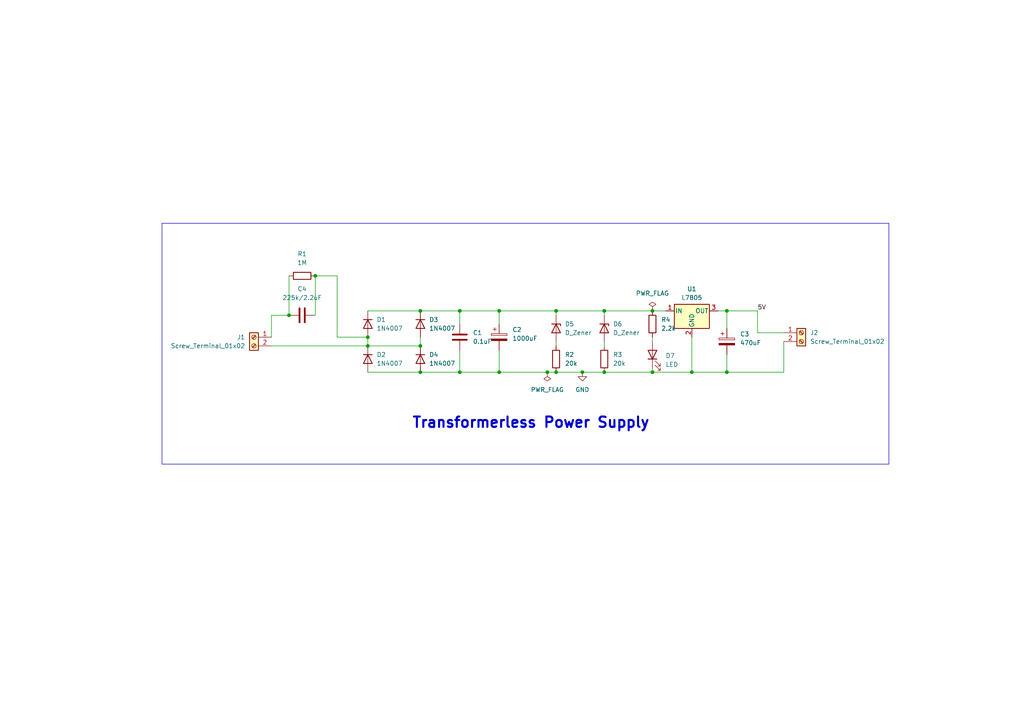
<source format=kicad_sch>
(kicad_sch (version 20230121) (generator eeschema)

  (uuid 0a841140-6bf7-43f4-ab14-4d5835b4b8d2)

  (paper "A4")

  (title_block
    (title "Transformerless Power Supply Unit")
    (date "07/09/2024")
    (company "Electrables")
    (comment 1 "Drawn by - Engineer Nadir ")
  )

  (lib_symbols
    (symbol "Connector:Screw_Terminal_01x02" (pin_names (offset 1.016) hide) (in_bom yes) (on_board yes)
      (property "Reference" "J" (at 0 2.54 0)
        (effects (font (size 1.27 1.27)))
      )
      (property "Value" "Screw_Terminal_01x02" (at 0 -5.08 0)
        (effects (font (size 1.27 1.27)))
      )
      (property "Footprint" "" (at 0 0 0)
        (effects (font (size 1.27 1.27)) hide)
      )
      (property "Datasheet" "~" (at 0 0 0)
        (effects (font (size 1.27 1.27)) hide)
      )
      (property "ki_keywords" "screw terminal" (at 0 0 0)
        (effects (font (size 1.27 1.27)) hide)
      )
      (property "ki_description" "Generic screw terminal, single row, 01x02, script generated (kicad-library-utils/schlib/autogen/connector/)" (at 0 0 0)
        (effects (font (size 1.27 1.27)) hide)
      )
      (property "ki_fp_filters" "TerminalBlock*:*" (at 0 0 0)
        (effects (font (size 1.27 1.27)) hide)
      )
      (symbol "Screw_Terminal_01x02_1_1"
        (rectangle (start -1.27 1.27) (end 1.27 -3.81)
          (stroke (width 0.254) (type default))
          (fill (type background))
        )
        (circle (center 0 -2.54) (radius 0.635)
          (stroke (width 0.1524) (type default))
          (fill (type none))
        )
        (polyline
          (pts
            (xy -0.5334 -2.2098)
            (xy 0.3302 -3.048)
          )
          (stroke (width 0.1524) (type default))
          (fill (type none))
        )
        (polyline
          (pts
            (xy -0.5334 0.3302)
            (xy 0.3302 -0.508)
          )
          (stroke (width 0.1524) (type default))
          (fill (type none))
        )
        (polyline
          (pts
            (xy -0.3556 -2.032)
            (xy 0.508 -2.8702)
          )
          (stroke (width 0.1524) (type default))
          (fill (type none))
        )
        (polyline
          (pts
            (xy -0.3556 0.508)
            (xy 0.508 -0.3302)
          )
          (stroke (width 0.1524) (type default))
          (fill (type none))
        )
        (circle (center 0 0) (radius 0.635)
          (stroke (width 0.1524) (type default))
          (fill (type none))
        )
        (pin passive line (at -5.08 0 0) (length 3.81)
          (name "Pin_1" (effects (font (size 1.27 1.27))))
          (number "1" (effects (font (size 1.27 1.27))))
        )
        (pin passive line (at -5.08 -2.54 0) (length 3.81)
          (name "Pin_2" (effects (font (size 1.27 1.27))))
          (number "2" (effects (font (size 1.27 1.27))))
        )
      )
    )
    (symbol "Device:C" (pin_numbers hide) (pin_names (offset 0.254)) (in_bom yes) (on_board yes)
      (property "Reference" "C" (at 0.635 2.54 0)
        (effects (font (size 1.27 1.27)) (justify left))
      )
      (property "Value" "C" (at 0.635 -2.54 0)
        (effects (font (size 1.27 1.27)) (justify left))
      )
      (property "Footprint" "" (at 0.9652 -3.81 0)
        (effects (font (size 1.27 1.27)) hide)
      )
      (property "Datasheet" "~" (at 0 0 0)
        (effects (font (size 1.27 1.27)) hide)
      )
      (property "ki_keywords" "cap capacitor" (at 0 0 0)
        (effects (font (size 1.27 1.27)) hide)
      )
      (property "ki_description" "Unpolarized capacitor" (at 0 0 0)
        (effects (font (size 1.27 1.27)) hide)
      )
      (property "ki_fp_filters" "C_*" (at 0 0 0)
        (effects (font (size 1.27 1.27)) hide)
      )
      (symbol "C_0_1"
        (polyline
          (pts
            (xy -2.032 -0.762)
            (xy 2.032 -0.762)
          )
          (stroke (width 0.508) (type default))
          (fill (type none))
        )
        (polyline
          (pts
            (xy -2.032 0.762)
            (xy 2.032 0.762)
          )
          (stroke (width 0.508) (type default))
          (fill (type none))
        )
      )
      (symbol "C_1_1"
        (pin passive line (at 0 3.81 270) (length 2.794)
          (name "~" (effects (font (size 1.27 1.27))))
          (number "1" (effects (font (size 1.27 1.27))))
        )
        (pin passive line (at 0 -3.81 90) (length 2.794)
          (name "~" (effects (font (size 1.27 1.27))))
          (number "2" (effects (font (size 1.27 1.27))))
        )
      )
    )
    (symbol "Device:C_Polarized" (pin_numbers hide) (pin_names (offset 0.254)) (in_bom yes) (on_board yes)
      (property "Reference" "C" (at 0.635 2.54 0)
        (effects (font (size 1.27 1.27)) (justify left))
      )
      (property "Value" "C_Polarized" (at 0.635 -2.54 0)
        (effects (font (size 1.27 1.27)) (justify left))
      )
      (property "Footprint" "" (at 0.9652 -3.81 0)
        (effects (font (size 1.27 1.27)) hide)
      )
      (property "Datasheet" "~" (at 0 0 0)
        (effects (font (size 1.27 1.27)) hide)
      )
      (property "ki_keywords" "cap capacitor" (at 0 0 0)
        (effects (font (size 1.27 1.27)) hide)
      )
      (property "ki_description" "Polarized capacitor" (at 0 0 0)
        (effects (font (size 1.27 1.27)) hide)
      )
      (property "ki_fp_filters" "CP_*" (at 0 0 0)
        (effects (font (size 1.27 1.27)) hide)
      )
      (symbol "C_Polarized_0_1"
        (rectangle (start -2.286 0.508) (end 2.286 1.016)
          (stroke (width 0) (type default))
          (fill (type none))
        )
        (polyline
          (pts
            (xy -1.778 2.286)
            (xy -0.762 2.286)
          )
          (stroke (width 0) (type default))
          (fill (type none))
        )
        (polyline
          (pts
            (xy -1.27 2.794)
            (xy -1.27 1.778)
          )
          (stroke (width 0) (type default))
          (fill (type none))
        )
        (rectangle (start 2.286 -0.508) (end -2.286 -1.016)
          (stroke (width 0) (type default))
          (fill (type outline))
        )
      )
      (symbol "C_Polarized_1_1"
        (pin passive line (at 0 3.81 270) (length 2.794)
          (name "~" (effects (font (size 1.27 1.27))))
          (number "1" (effects (font (size 1.27 1.27))))
        )
        (pin passive line (at 0 -3.81 90) (length 2.794)
          (name "~" (effects (font (size 1.27 1.27))))
          (number "2" (effects (font (size 1.27 1.27))))
        )
      )
    )
    (symbol "Device:D_Zener" (pin_numbers hide) (pin_names (offset 1.016) hide) (in_bom yes) (on_board yes)
      (property "Reference" "D" (at 0 2.54 0)
        (effects (font (size 1.27 1.27)))
      )
      (property "Value" "D_Zener" (at 0 -2.54 0)
        (effects (font (size 1.27 1.27)))
      )
      (property "Footprint" "" (at 0 0 0)
        (effects (font (size 1.27 1.27)) hide)
      )
      (property "Datasheet" "~" (at 0 0 0)
        (effects (font (size 1.27 1.27)) hide)
      )
      (property "ki_keywords" "diode" (at 0 0 0)
        (effects (font (size 1.27 1.27)) hide)
      )
      (property "ki_description" "Zener diode" (at 0 0 0)
        (effects (font (size 1.27 1.27)) hide)
      )
      (property "ki_fp_filters" "TO-???* *_Diode_* *SingleDiode* D_*" (at 0 0 0)
        (effects (font (size 1.27 1.27)) hide)
      )
      (symbol "D_Zener_0_1"
        (polyline
          (pts
            (xy 1.27 0)
            (xy -1.27 0)
          )
          (stroke (width 0) (type default))
          (fill (type none))
        )
        (polyline
          (pts
            (xy -1.27 -1.27)
            (xy -1.27 1.27)
            (xy -0.762 1.27)
          )
          (stroke (width 0.254) (type default))
          (fill (type none))
        )
        (polyline
          (pts
            (xy 1.27 -1.27)
            (xy 1.27 1.27)
            (xy -1.27 0)
            (xy 1.27 -1.27)
          )
          (stroke (width 0.254) (type default))
          (fill (type none))
        )
      )
      (symbol "D_Zener_1_1"
        (pin passive line (at -3.81 0 0) (length 2.54)
          (name "K" (effects (font (size 1.27 1.27))))
          (number "1" (effects (font (size 1.27 1.27))))
        )
        (pin passive line (at 3.81 0 180) (length 2.54)
          (name "A" (effects (font (size 1.27 1.27))))
          (number "2" (effects (font (size 1.27 1.27))))
        )
      )
    )
    (symbol "Device:LED" (pin_numbers hide) (pin_names (offset 1.016) hide) (in_bom yes) (on_board yes)
      (property "Reference" "D" (at 0 2.54 0)
        (effects (font (size 1.27 1.27)))
      )
      (property "Value" "LED" (at 0 -2.54 0)
        (effects (font (size 1.27 1.27)))
      )
      (property "Footprint" "" (at 0 0 0)
        (effects (font (size 1.27 1.27)) hide)
      )
      (property "Datasheet" "~" (at 0 0 0)
        (effects (font (size 1.27 1.27)) hide)
      )
      (property "ki_keywords" "LED diode" (at 0 0 0)
        (effects (font (size 1.27 1.27)) hide)
      )
      (property "ki_description" "Light emitting diode" (at 0 0 0)
        (effects (font (size 1.27 1.27)) hide)
      )
      (property "ki_fp_filters" "LED* LED_SMD:* LED_THT:*" (at 0 0 0)
        (effects (font (size 1.27 1.27)) hide)
      )
      (symbol "LED_0_1"
        (polyline
          (pts
            (xy -1.27 -1.27)
            (xy -1.27 1.27)
          )
          (stroke (width 0.254) (type default))
          (fill (type none))
        )
        (polyline
          (pts
            (xy -1.27 0)
            (xy 1.27 0)
          )
          (stroke (width 0) (type default))
          (fill (type none))
        )
        (polyline
          (pts
            (xy 1.27 -1.27)
            (xy 1.27 1.27)
            (xy -1.27 0)
            (xy 1.27 -1.27)
          )
          (stroke (width 0.254) (type default))
          (fill (type none))
        )
        (polyline
          (pts
            (xy -3.048 -0.762)
            (xy -4.572 -2.286)
            (xy -3.81 -2.286)
            (xy -4.572 -2.286)
            (xy -4.572 -1.524)
          )
          (stroke (width 0) (type default))
          (fill (type none))
        )
        (polyline
          (pts
            (xy -1.778 -0.762)
            (xy -3.302 -2.286)
            (xy -2.54 -2.286)
            (xy -3.302 -2.286)
            (xy -3.302 -1.524)
          )
          (stroke (width 0) (type default))
          (fill (type none))
        )
      )
      (symbol "LED_1_1"
        (pin passive line (at -3.81 0 0) (length 2.54)
          (name "K" (effects (font (size 1.27 1.27))))
          (number "1" (effects (font (size 1.27 1.27))))
        )
        (pin passive line (at 3.81 0 180) (length 2.54)
          (name "A" (effects (font (size 1.27 1.27))))
          (number "2" (effects (font (size 1.27 1.27))))
        )
      )
    )
    (symbol "Device:R" (pin_numbers hide) (pin_names (offset 0)) (in_bom yes) (on_board yes)
      (property "Reference" "R" (at 2.032 0 90)
        (effects (font (size 1.27 1.27)))
      )
      (property "Value" "R" (at 0 0 90)
        (effects (font (size 1.27 1.27)))
      )
      (property "Footprint" "" (at -1.778 0 90)
        (effects (font (size 1.27 1.27)) hide)
      )
      (property "Datasheet" "~" (at 0 0 0)
        (effects (font (size 1.27 1.27)) hide)
      )
      (property "ki_keywords" "R res resistor" (at 0 0 0)
        (effects (font (size 1.27 1.27)) hide)
      )
      (property "ki_description" "Resistor" (at 0 0 0)
        (effects (font (size 1.27 1.27)) hide)
      )
      (property "ki_fp_filters" "R_*" (at 0 0 0)
        (effects (font (size 1.27 1.27)) hide)
      )
      (symbol "R_0_1"
        (rectangle (start -1.016 -2.54) (end 1.016 2.54)
          (stroke (width 0.254) (type default))
          (fill (type none))
        )
      )
      (symbol "R_1_1"
        (pin passive line (at 0 3.81 270) (length 1.27)
          (name "~" (effects (font (size 1.27 1.27))))
          (number "1" (effects (font (size 1.27 1.27))))
        )
        (pin passive line (at 0 -3.81 90) (length 1.27)
          (name "~" (effects (font (size 1.27 1.27))))
          (number "2" (effects (font (size 1.27 1.27))))
        )
      )
    )
    (symbol "Diode:1N4007" (pin_numbers hide) (pin_names hide) (in_bom yes) (on_board yes)
      (property "Reference" "D" (at 0 2.54 0)
        (effects (font (size 1.27 1.27)))
      )
      (property "Value" "1N4007" (at 0 -2.54 0)
        (effects (font (size 1.27 1.27)))
      )
      (property "Footprint" "Diode_THT:D_DO-41_SOD81_P10.16mm_Horizontal" (at 0 -4.445 0)
        (effects (font (size 1.27 1.27)) hide)
      )
      (property "Datasheet" "http://www.vishay.com/docs/88503/1n4001.pdf" (at 0 0 0)
        (effects (font (size 1.27 1.27)) hide)
      )
      (property "Sim.Device" "D" (at 0 0 0)
        (effects (font (size 1.27 1.27)) hide)
      )
      (property "Sim.Pins" "1=K 2=A" (at 0 0 0)
        (effects (font (size 1.27 1.27)) hide)
      )
      (property "ki_keywords" "diode" (at 0 0 0)
        (effects (font (size 1.27 1.27)) hide)
      )
      (property "ki_description" "1000V 1A General Purpose Rectifier Diode, DO-41" (at 0 0 0)
        (effects (font (size 1.27 1.27)) hide)
      )
      (property "ki_fp_filters" "D*DO?41*" (at 0 0 0)
        (effects (font (size 1.27 1.27)) hide)
      )
      (symbol "1N4007_0_1"
        (polyline
          (pts
            (xy -1.27 1.27)
            (xy -1.27 -1.27)
          )
          (stroke (width 0.254) (type default))
          (fill (type none))
        )
        (polyline
          (pts
            (xy 1.27 0)
            (xy -1.27 0)
          )
          (stroke (width 0) (type default))
          (fill (type none))
        )
        (polyline
          (pts
            (xy 1.27 1.27)
            (xy 1.27 -1.27)
            (xy -1.27 0)
            (xy 1.27 1.27)
          )
          (stroke (width 0.254) (type default))
          (fill (type none))
        )
      )
      (symbol "1N4007_1_1"
        (pin passive line (at -3.81 0 0) (length 2.54)
          (name "K" (effects (font (size 1.27 1.27))))
          (number "1" (effects (font (size 1.27 1.27))))
        )
        (pin passive line (at 3.81 0 180) (length 2.54)
          (name "A" (effects (font (size 1.27 1.27))))
          (number "2" (effects (font (size 1.27 1.27))))
        )
      )
    )
    (symbol "Regulator_Linear:L7805" (pin_names (offset 0.254)) (in_bom yes) (on_board yes)
      (property "Reference" "U" (at -3.81 3.175 0)
        (effects (font (size 1.27 1.27)))
      )
      (property "Value" "L7805" (at 0 3.175 0)
        (effects (font (size 1.27 1.27)) (justify left))
      )
      (property "Footprint" "" (at 0.635 -3.81 0)
        (effects (font (size 1.27 1.27) italic) (justify left) hide)
      )
      (property "Datasheet" "http://www.st.com/content/ccc/resource/technical/document/datasheet/41/4f/b3/b0/12/d4/47/88/CD00000444.pdf/files/CD00000444.pdf/jcr:content/translations/en.CD00000444.pdf" (at 0 -1.27 0)
        (effects (font (size 1.27 1.27)) hide)
      )
      (property "ki_keywords" "Voltage Regulator 1.5A Positive" (at 0 0 0)
        (effects (font (size 1.27 1.27)) hide)
      )
      (property "ki_description" "Positive 1.5A 35V Linear Regulator, Fixed Output 5V, TO-220/TO-263/TO-252" (at 0 0 0)
        (effects (font (size 1.27 1.27)) hide)
      )
      (property "ki_fp_filters" "TO?252* TO?263* TO?220*" (at 0 0 0)
        (effects (font (size 1.27 1.27)) hide)
      )
      (symbol "L7805_0_1"
        (rectangle (start -5.08 1.905) (end 5.08 -5.08)
          (stroke (width 0.254) (type default))
          (fill (type background))
        )
      )
      (symbol "L7805_1_1"
        (pin power_in line (at -7.62 0 0) (length 2.54)
          (name "IN" (effects (font (size 1.27 1.27))))
          (number "1" (effects (font (size 1.27 1.27))))
        )
        (pin power_in line (at 0 -7.62 90) (length 2.54)
          (name "GND" (effects (font (size 1.27 1.27))))
          (number "2" (effects (font (size 1.27 1.27))))
        )
        (pin power_out line (at 7.62 0 180) (length 2.54)
          (name "OUT" (effects (font (size 1.27 1.27))))
          (number "3" (effects (font (size 1.27 1.27))))
        )
      )
    )
    (symbol "power:GND" (power) (pin_names (offset 0)) (in_bom yes) (on_board yes)
      (property "Reference" "#PWR" (at 0 -6.35 0)
        (effects (font (size 1.27 1.27)) hide)
      )
      (property "Value" "GND" (at 0 -3.81 0)
        (effects (font (size 1.27 1.27)))
      )
      (property "Footprint" "" (at 0 0 0)
        (effects (font (size 1.27 1.27)) hide)
      )
      (property "Datasheet" "" (at 0 0 0)
        (effects (font (size 1.27 1.27)) hide)
      )
      (property "ki_keywords" "global power" (at 0 0 0)
        (effects (font (size 1.27 1.27)) hide)
      )
      (property "ki_description" "Power symbol creates a global label with name \"GND\" , ground" (at 0 0 0)
        (effects (font (size 1.27 1.27)) hide)
      )
      (symbol "GND_0_1"
        (polyline
          (pts
            (xy 0 0)
            (xy 0 -1.27)
            (xy 1.27 -1.27)
            (xy 0 -2.54)
            (xy -1.27 -1.27)
            (xy 0 -1.27)
          )
          (stroke (width 0) (type default))
          (fill (type none))
        )
      )
      (symbol "GND_1_1"
        (pin power_in line (at 0 0 270) (length 0) hide
          (name "GND" (effects (font (size 1.27 1.27))))
          (number "1" (effects (font (size 1.27 1.27))))
        )
      )
    )
    (symbol "power:PWR_FLAG" (power) (pin_numbers hide) (pin_names (offset 0) hide) (in_bom yes) (on_board yes)
      (property "Reference" "#FLG" (at 0 1.905 0)
        (effects (font (size 1.27 1.27)) hide)
      )
      (property "Value" "PWR_FLAG" (at 0 3.81 0)
        (effects (font (size 1.27 1.27)))
      )
      (property "Footprint" "" (at 0 0 0)
        (effects (font (size 1.27 1.27)) hide)
      )
      (property "Datasheet" "~" (at 0 0 0)
        (effects (font (size 1.27 1.27)) hide)
      )
      (property "ki_keywords" "flag power" (at 0 0 0)
        (effects (font (size 1.27 1.27)) hide)
      )
      (property "ki_description" "Special symbol for telling ERC where power comes from" (at 0 0 0)
        (effects (font (size 1.27 1.27)) hide)
      )
      (symbol "PWR_FLAG_0_0"
        (pin power_out line (at 0 0 90) (length 0)
          (name "pwr" (effects (font (size 1.27 1.27))))
          (number "1" (effects (font (size 1.27 1.27))))
        )
      )
      (symbol "PWR_FLAG_0_1"
        (polyline
          (pts
            (xy 0 0)
            (xy 0 1.27)
            (xy -1.016 1.905)
            (xy 0 2.54)
            (xy 1.016 1.905)
            (xy 0 1.27)
          )
          (stroke (width 0) (type default))
          (fill (type none))
        )
      )
    )
  )

  (junction (at 189.23 90.17) (diameter 0) (color 0 0 0 0)
    (uuid 03a44ef8-f8cb-4afc-8ca7-7896f3e0e67d)
  )
  (junction (at 168.91 107.95) (diameter 0) (color 0 0 0 0)
    (uuid 07dbc6f9-dd73-41e6-a649-f6c6ed298633)
  )
  (junction (at 121.92 90.17) (diameter 0) (color 0 0 0 0)
    (uuid 11d54c8c-e3d8-4a69-a040-3937b0ca3461)
  )
  (junction (at 189.23 107.95) (diameter 0) (color 0 0 0 0)
    (uuid 19573742-7254-458b-a2b5-ed06c7000bc8)
  )
  (junction (at 175.26 107.95) (diameter 0) (color 0 0 0 0)
    (uuid 1a7e2cdb-323c-4b2e-ae1d-cb86c1fdfb1f)
  )
  (junction (at 106.68 97.79) (diameter 0) (color 0 0 0 0)
    (uuid 20a82582-6901-4eb3-a2db-84f4cf52f4b9)
  )
  (junction (at 210.82 90.17) (diameter 0) (color 0 0 0 0)
    (uuid 2726a477-0687-49d4-9b4e-7345739bd60b)
  )
  (junction (at 210.82 107.95) (diameter 0) (color 0 0 0 0)
    (uuid 3480da5d-1d9d-4635-bee6-2adc838f20b4)
  )
  (junction (at 200.66 107.95) (diameter 0) (color 0 0 0 0)
    (uuid 35577dba-0378-4034-9ef5-7e278d4e94c6)
  )
  (junction (at 144.78 90.17) (diameter 0) (color 0 0 0 0)
    (uuid 60f54021-17ea-419c-94e3-8dc419776597)
  )
  (junction (at 158.75 107.95) (diameter 0) (color 0 0 0 0)
    (uuid 75481540-7344-4ea7-91c7-f63fbb35502a)
  )
  (junction (at 133.35 107.95) (diameter 0) (color 0 0 0 0)
    (uuid 7a2f9467-42ad-499a-a76d-29fa7796495f)
  )
  (junction (at 133.35 90.17) (diameter 0) (color 0 0 0 0)
    (uuid 8433bd0d-996b-44ee-8845-d0cb0f17c92d)
  )
  (junction (at 121.92 107.95) (diameter 0) (color 0 0 0 0)
    (uuid a1bbe82e-d78d-4b47-b23a-fd14b8848d55)
  )
  (junction (at 91.44 80.01) (diameter 0) (color 0 0 0 0)
    (uuid a4e12ccd-eedf-4e9a-af6b-3482935a5226)
  )
  (junction (at 161.29 107.95) (diameter 0) (color 0 0 0 0)
    (uuid b12dc893-aeed-411b-ac11-d4e150061a79)
  )
  (junction (at 175.26 90.17) (diameter 0) (color 0 0 0 0)
    (uuid d2b4ff1c-c8c1-4c01-a000-7a8873540e65)
  )
  (junction (at 106.68 100.33) (diameter 0) (color 0 0 0 0)
    (uuid e2fe3fd1-e09d-4e1e-b851-d919617c9e37)
  )
  (junction (at 161.29 90.17) (diameter 0) (color 0 0 0 0)
    (uuid e81d08b3-964c-4bba-91fe-7658830845ee)
  )
  (junction (at 144.78 107.95) (diameter 0) (color 0 0 0 0)
    (uuid fa96aa2d-c8fd-4a2b-8799-6a2fef930f34)
  )
  (junction (at 121.92 100.33) (diameter 0) (color 0 0 0 0)
    (uuid fe10a189-edf2-49dd-95b9-c574eb1c06bd)
  )
  (junction (at 83.82 91.44) (diameter 0) (color 0 0 0 0)
    (uuid ff2a849e-4ef4-48f3-b2f3-38e1cfc8eb0e)
  )

  (wire (pts (xy 133.35 93.98) (xy 133.35 90.17))
    (stroke (width 0) (type default))
    (uuid 01c99d22-dce5-49a4-9cd0-1056a1be0e8a)
  )
  (wire (pts (xy 158.75 107.95) (xy 161.29 107.95))
    (stroke (width 0) (type default))
    (uuid 0407f51f-5e93-44ec-b98c-dd91e5f24f4b)
  )
  (wire (pts (xy 144.78 107.95) (xy 133.35 107.95))
    (stroke (width 0) (type default))
    (uuid 0757fa2c-aa3b-4607-ac16-1e33b72a6478)
  )
  (wire (pts (xy 133.35 90.17) (xy 121.92 90.17))
    (stroke (width 0) (type default))
    (uuid 144763d8-f476-4952-a698-2c84ef5f8413)
  )
  (wire (pts (xy 168.91 107.95) (xy 175.26 107.95))
    (stroke (width 0) (type default))
    (uuid 1b4dbbd1-a535-4b2e-b836-1b2d6f2f880f)
  )
  (wire (pts (xy 133.35 101.6) (xy 133.35 107.95))
    (stroke (width 0) (type default))
    (uuid 1e367d66-0aaa-487a-8050-aa2e659ce2be)
  )
  (wire (pts (xy 161.29 91.44) (xy 161.29 90.17))
    (stroke (width 0) (type default))
    (uuid 233b08b5-602f-4326-b3dc-579b377b8278)
  )
  (wire (pts (xy 208.28 90.17) (xy 210.82 90.17))
    (stroke (width 0) (type default))
    (uuid 24966e06-8bd5-4694-b25e-a1df5e65cc78)
  )
  (wire (pts (xy 144.78 101.6) (xy 144.78 107.95))
    (stroke (width 0) (type default))
    (uuid 2c4aa616-8338-4ee1-8734-316f1685c8eb)
  )
  (wire (pts (xy 91.44 80.01) (xy 97.79 80.01))
    (stroke (width 0) (type default))
    (uuid 36f08738-1a82-4e1d-9869-ed84f4d4876f)
  )
  (wire (pts (xy 83.82 80.01) (xy 83.82 91.44))
    (stroke (width 0) (type default))
    (uuid 3ea09062-6c69-4211-8e5b-5aac263c2e59)
  )
  (wire (pts (xy 161.29 107.95) (xy 168.91 107.95))
    (stroke (width 0) (type default))
    (uuid 4364a4e3-06fa-4fc4-ba53-110423a3d699)
  )
  (wire (pts (xy 210.82 90.17) (xy 219.71 90.17))
    (stroke (width 0) (type default))
    (uuid 4957e0bc-73d3-43ae-b4e8-75bb1d1b906b)
  )
  (wire (pts (xy 227.33 107.95) (xy 210.82 107.95))
    (stroke (width 0) (type default))
    (uuid 50c0c8c6-3ebf-4d97-867b-cb1dda9cbbcf)
  )
  (wire (pts (xy 210.82 90.17) (xy 210.82 95.25))
    (stroke (width 0) (type default))
    (uuid 584bb7bf-f873-44eb-8e5d-69dc2eddc954)
  )
  (wire (pts (xy 219.71 90.17) (xy 219.71 96.52))
    (stroke (width 0) (type default))
    (uuid 587cfb34-8a2f-429d-88ca-af4faf364eba)
  )
  (wire (pts (xy 227.33 99.06) (xy 227.33 107.95))
    (stroke (width 0) (type default))
    (uuid 5f873fa1-09ff-4fb2-bb28-c02b61dc45a9)
  )
  (wire (pts (xy 175.26 90.17) (xy 189.23 90.17))
    (stroke (width 0) (type default))
    (uuid 5f888a66-f09e-4041-b592-17bcbad7a68f)
  )
  (wire (pts (xy 133.35 107.95) (xy 121.92 107.95))
    (stroke (width 0) (type default))
    (uuid 60b2e878-9a8a-4292-84b4-e5e1df54b0bb)
  )
  (wire (pts (xy 78.74 97.79) (xy 78.74 91.44))
    (stroke (width 0) (type default))
    (uuid 662a1294-eaab-4740-8fbb-9a9b3aff8360)
  )
  (wire (pts (xy 161.29 99.06) (xy 161.29 100.33))
    (stroke (width 0) (type default))
    (uuid 66b8281a-a747-4fb9-b5ba-74accd546ecc)
  )
  (wire (pts (xy 200.66 107.95) (xy 189.23 107.95))
    (stroke (width 0) (type default))
    (uuid 6827c45e-f885-4fc5-ae58-32ba0afadbb5)
  )
  (wire (pts (xy 200.66 97.79) (xy 200.66 107.95))
    (stroke (width 0) (type default))
    (uuid 6d20fab0-c2d7-4134-aa36-c14446cb61ec)
  )
  (wire (pts (xy 144.78 90.17) (xy 133.35 90.17))
    (stroke (width 0) (type default))
    (uuid 6e842c49-3c28-4f96-8888-317fc6c8149b)
  )
  (wire (pts (xy 106.68 107.95) (xy 121.92 107.95))
    (stroke (width 0) (type default))
    (uuid 71667216-beb9-4269-958d-acd83ba80c4b)
  )
  (wire (pts (xy 78.74 100.33) (xy 106.68 100.33))
    (stroke (width 0) (type default))
    (uuid 9795c844-a906-417d-be0d-5e7321dae670)
  )
  (wire (pts (xy 175.26 107.95) (xy 189.23 107.95))
    (stroke (width 0) (type default))
    (uuid 97b24554-1e68-45ce-8294-f162cb474e2e)
  )
  (wire (pts (xy 189.23 97.79) (xy 189.23 99.06))
    (stroke (width 0) (type default))
    (uuid 99a16f0a-adba-48b2-ad27-316d1b892672)
  )
  (wire (pts (xy 106.68 90.17) (xy 121.92 90.17))
    (stroke (width 0) (type default))
    (uuid 9be4e2e0-90f7-4d08-88d1-9398687541e5)
  )
  (wire (pts (xy 189.23 106.68) (xy 189.23 107.95))
    (stroke (width 0) (type default))
    (uuid 9c27edcc-fd2c-4898-ade6-a9f95c812991)
  )
  (wire (pts (xy 144.78 93.98) (xy 144.78 90.17))
    (stroke (width 0) (type default))
    (uuid a54fe05f-c63c-4550-a4c4-207d3fbcf461)
  )
  (wire (pts (xy 106.68 97.79) (xy 106.68 100.33))
    (stroke (width 0) (type default))
    (uuid aabe8a1f-7d93-4c76-a58c-f5a332916daa)
  )
  (wire (pts (xy 121.92 97.79) (xy 121.92 100.33))
    (stroke (width 0) (type default))
    (uuid ab209771-6fa3-4c11-83dc-702e280c66bf)
  )
  (wire (pts (xy 175.26 99.06) (xy 175.26 100.33))
    (stroke (width 0) (type default))
    (uuid adfaa5b1-6621-4422-88f0-772aae5f2f02)
  )
  (wire (pts (xy 106.68 100.33) (xy 121.92 100.33))
    (stroke (width 0) (type default))
    (uuid b3208004-0227-46fe-a324-6b7227c1c7f3)
  )
  (wire (pts (xy 97.79 80.01) (xy 97.79 97.79))
    (stroke (width 0) (type default))
    (uuid b89175e5-24f2-4811-aa42-d10af9e974ff)
  )
  (wire (pts (xy 91.44 80.01) (xy 91.44 91.44))
    (stroke (width 0) (type default))
    (uuid ba1ccf98-8187-446e-9a6f-a2f056d97a16)
  )
  (wire (pts (xy 144.78 107.95) (xy 158.75 107.95))
    (stroke (width 0) (type default))
    (uuid c4d61213-f95a-461f-bf11-4091f81b9ec6)
  )
  (wire (pts (xy 161.29 90.17) (xy 144.78 90.17))
    (stroke (width 0) (type default))
    (uuid c95d83ff-e12c-4097-9db6-48419b8cad52)
  )
  (wire (pts (xy 210.82 102.87) (xy 210.82 107.95))
    (stroke (width 0) (type default))
    (uuid ca257cd9-1e0e-42a1-8f4d-166e2f3bdb7e)
  )
  (wire (pts (xy 97.79 97.79) (xy 106.68 97.79))
    (stroke (width 0) (type default))
    (uuid d180a9ed-e4af-4f19-8864-1484af2642bd)
  )
  (wire (pts (xy 175.26 90.17) (xy 161.29 90.17))
    (stroke (width 0) (type default))
    (uuid d9b4e31d-64e0-433b-87da-dad0c2dc946f)
  )
  (wire (pts (xy 219.71 96.52) (xy 227.33 96.52))
    (stroke (width 0) (type default))
    (uuid dd4a7e71-c7c5-44ce-b1cb-81913ea3a60d)
  )
  (wire (pts (xy 175.26 91.44) (xy 175.26 90.17))
    (stroke (width 0) (type default))
    (uuid e13c7632-45ef-4c63-a2d3-41d551176511)
  )
  (wire (pts (xy 78.74 91.44) (xy 83.82 91.44))
    (stroke (width 0) (type default))
    (uuid f0b91801-9b28-47cc-9577-1086b1a3b24b)
  )
  (wire (pts (xy 210.82 107.95) (xy 200.66 107.95))
    (stroke (width 0) (type default))
    (uuid f3724d92-8a57-4f62-8cb2-94aee66a03ac)
  )
  (wire (pts (xy 189.23 90.17) (xy 193.04 90.17))
    (stroke (width 0) (type default))
    (uuid f5fdf0ac-63cd-4ee7-b306-3e92879517be)
  )

  (rectangle (start 46.99 64.77) (end 257.81 134.62)
    (stroke (width 0) (type default))
    (fill (type none))
    (uuid cbb265a9-477d-4566-af40-ae273a3e2741)
  )

  (text "Transformerless Power Supply" (at 119.38 124.46 0)
    (effects (font (size 3 3) (thickness 0.6) bold) (justify left bottom))
    (uuid 3323f5f9-2374-432e-ada6-c6700d3a1d13)
  )

  (label "5V" (at 219.71 90.17 0) (fields_autoplaced)
    (effects (font (size 1.27 1.27)) (justify left bottom))
    (uuid a5ceacca-548b-464f-b1e6-be25f1dc6695)
  )

  (symbol (lib_id "power:PWR_FLAG") (at 158.75 107.95 180) (unit 1)
    (in_bom yes) (on_board yes) (dnp no) (fields_autoplaced)
    (uuid 06562710-30fc-4c18-8ef5-e188c0a9eba8)
    (property "Reference" "#FLG02" (at 158.75 109.855 0)
      (effects (font (size 1.27 1.27)) hide)
    )
    (property "Value" "PWR_FLAG" (at 158.75 113.03 0)
      (effects (font (size 1.27 1.27)))
    )
    (property "Footprint" "" (at 158.75 107.95 0)
      (effects (font (size 1.27 1.27)) hide)
    )
    (property "Datasheet" "~" (at 158.75 107.95 0)
      (effects (font (size 1.27 1.27)) hide)
    )
    (pin "1" (uuid e19f2048-0c53-463b-bd60-109dd104048e))
    (instances
      (project "Transformerless Power Supply"
        (path "/0a841140-6bf7-43f4-ab14-4d5835b4b8d2"
          (reference "#FLG02") (unit 1)
        )
      )
    )
  )

  (symbol (lib_id "Diode:1N4007") (at 106.68 93.98 270) (unit 1)
    (in_bom yes) (on_board yes) (dnp no) (fields_autoplaced)
    (uuid 07f0c961-1e0e-4bef-a018-14e0b333d009)
    (property "Reference" "D1" (at 109.22 92.71 90)
      (effects (font (size 1.27 1.27)) (justify left))
    )
    (property "Value" "1N4007" (at 109.22 95.25 90)
      (effects (font (size 1.27 1.27)) (justify left))
    )
    (property "Footprint" "Diode_THT:D_DO-41_SOD81_P10.16mm_Horizontal" (at 102.235 93.98 0)
      (effects (font (size 1.27 1.27)) hide)
    )
    (property "Datasheet" "http://www.vishay.com/docs/88503/1n4001.pdf" (at 106.68 93.98 0)
      (effects (font (size 1.27 1.27)) hide)
    )
    (property "Sim.Device" "D" (at 106.68 93.98 0)
      (effects (font (size 1.27 1.27)) hide)
    )
    (property "Sim.Pins" "1=K 2=A" (at 106.68 93.98 0)
      (effects (font (size 1.27 1.27)) hide)
    )
    (pin "1" (uuid a51d07c7-3a59-4dbc-835c-5c61998155bf))
    (pin "2" (uuid cf19875d-a849-482c-8ca5-289c8a28ff98))
    (instances
      (project "Transformerless Power Supply"
        (path "/0a841140-6bf7-43f4-ab14-4d5835b4b8d2"
          (reference "D1") (unit 1)
        )
      )
    )
  )

  (symbol (lib_id "Regulator_Linear:L7805") (at 200.66 90.17 0) (unit 1)
    (in_bom yes) (on_board yes) (dnp no) (fields_autoplaced)
    (uuid 188b64b8-6c7a-4366-ac98-0304140a3a84)
    (property "Reference" "U1" (at 200.66 83.82 0)
      (effects (font (size 1.27 1.27)))
    )
    (property "Value" "L7805" (at 200.66 86.36 0)
      (effects (font (size 1.27 1.27)))
    )
    (property "Footprint" "Package_TO_SOT_THT:TO-220-3_Vertical" (at 201.295 93.98 0)
      (effects (font (size 1.27 1.27) italic) (justify left) hide)
    )
    (property "Datasheet" "http://www.st.com/content/ccc/resource/technical/document/datasheet/41/4f/b3/b0/12/d4/47/88/CD00000444.pdf/files/CD00000444.pdf/jcr:content/translations/en.CD00000444.pdf" (at 200.66 91.44 0)
      (effects (font (size 1.27 1.27)) hide)
    )
    (pin "1" (uuid d568b4b8-6562-46e7-95d2-354927790d82))
    (pin "3" (uuid cdc563a1-35e2-4fa0-99fe-67f40dad7570))
    (pin "2" (uuid c72d1e76-734b-4cfe-84db-5f0ca8b3e1c8))
    (instances
      (project "Transformerless Power Supply"
        (path "/0a841140-6bf7-43f4-ab14-4d5835b4b8d2"
          (reference "U1") (unit 1)
        )
      )
    )
  )

  (symbol (lib_id "Device:C") (at 87.63 91.44 90) (unit 1)
    (in_bom yes) (on_board yes) (dnp no) (fields_autoplaced)
    (uuid 1bf7275a-e72b-4698-851d-46545eb4a372)
    (property "Reference" "C4" (at 87.63 83.82 90)
      (effects (font (size 1.27 1.27)))
    )
    (property "Value" "225k/2.2uF" (at 87.63 86.36 90)
      (effects (font (size 1.27 1.27)))
    )
    (property "Footprint" "Capacitor_THT:C_Rect_L18.0mm_W6.0mm_P15.00mm_FKS3_FKP3" (at 91.44 90.4748 0)
      (effects (font (size 1.27 1.27)) hide)
    )
    (property "Datasheet" "~" (at 87.63 91.44 0)
      (effects (font (size 1.27 1.27)) hide)
    )
    (pin "1" (uuid 7d50c1fa-e5ee-42ee-bcfb-e4ec9227fdf7))
    (pin "2" (uuid b2ade535-c0d3-4c05-a174-85593f020ce1))
    (instances
      (project "Transformerless Power Supply"
        (path "/0a841140-6bf7-43f4-ab14-4d5835b4b8d2"
          (reference "C4") (unit 1)
        )
      )
    )
  )

  (symbol (lib_id "Diode:1N4007") (at 121.92 104.14 270) (unit 1)
    (in_bom yes) (on_board yes) (dnp no) (fields_autoplaced)
    (uuid 1d5920e0-8088-4602-87f6-9807c7aa3f3d)
    (property "Reference" "D4" (at 124.46 102.87 90)
      (effects (font (size 1.27 1.27)) (justify left))
    )
    (property "Value" "1N4007" (at 124.46 105.41 90)
      (effects (font (size 1.27 1.27)) (justify left))
    )
    (property "Footprint" "Diode_THT:D_DO-41_SOD81_P10.16mm_Horizontal" (at 117.475 104.14 0)
      (effects (font (size 1.27 1.27)) hide)
    )
    (property "Datasheet" "http://www.vishay.com/docs/88503/1n4001.pdf" (at 121.92 104.14 0)
      (effects (font (size 1.27 1.27)) hide)
    )
    (property "Sim.Device" "D" (at 121.92 104.14 0)
      (effects (font (size 1.27 1.27)) hide)
    )
    (property "Sim.Pins" "1=K 2=A" (at 121.92 104.14 0)
      (effects (font (size 1.27 1.27)) hide)
    )
    (pin "1" (uuid e32f859c-7f11-4ac1-85c6-247f31e9a3a3))
    (pin "2" (uuid 2f305176-9530-4edd-b3f5-c43e3c144dd7))
    (instances
      (project "Transformerless Power Supply"
        (path "/0a841140-6bf7-43f4-ab14-4d5835b4b8d2"
          (reference "D4") (unit 1)
        )
      )
    )
  )

  (symbol (lib_id "Connector:Screw_Terminal_01x02") (at 73.66 97.79 0) (mirror y) (unit 1)
    (in_bom yes) (on_board yes) (dnp no)
    (uuid 1e8e0bbb-cd46-4f28-813c-3b06e3ef290b)
    (property "Reference" "J1" (at 71.12 97.79 0)
      (effects (font (size 1.27 1.27)) (justify left))
    )
    (property "Value" "Screw_Terminal_01x02" (at 71.12 100.33 0)
      (effects (font (size 1.27 1.27)) (justify left))
    )
    (property "Footprint" "TerminalBlock:TerminalBlock_bornier-2_P5.08mm" (at 73.66 97.79 0)
      (effects (font (size 1.27 1.27)) hide)
    )
    (property "Datasheet" "~" (at 73.66 97.79 0)
      (effects (font (size 1.27 1.27)) hide)
    )
    (pin "2" (uuid b9ee80cb-cd7d-4edb-813a-2dd1a4879faf))
    (pin "1" (uuid e6f4b8d4-c72f-4cee-add3-9b0232fb012a))
    (instances
      (project "Transformerless Power Supply"
        (path "/0a841140-6bf7-43f4-ab14-4d5835b4b8d2"
          (reference "J1") (unit 1)
        )
      )
    )
  )

  (symbol (lib_id "Device:R") (at 189.23 93.98 0) (unit 1)
    (in_bom yes) (on_board yes) (dnp no) (fields_autoplaced)
    (uuid 36e8fe40-5c23-475b-9182-47426b2a9948)
    (property "Reference" "R4" (at 191.77 92.71 0)
      (effects (font (size 1.27 1.27)) (justify left))
    )
    (property "Value" "2.2k" (at 191.77 95.25 0)
      (effects (font (size 1.27 1.27)) (justify left))
    )
    (property "Footprint" "Resistor_THT:R_Axial_DIN0207_L6.3mm_D2.5mm_P7.62mm_Horizontal" (at 187.452 93.98 90)
      (effects (font (size 1.27 1.27)) hide)
    )
    (property "Datasheet" "~" (at 189.23 93.98 0)
      (effects (font (size 1.27 1.27)) hide)
    )
    (pin "2" (uuid 1f75fa73-8f41-4d0e-953a-303b33651a0c))
    (pin "1" (uuid 41a6aeb2-c3d3-42ba-b1fe-353b6f119db6))
    (instances
      (project "Transformerless Power Supply"
        (path "/0a841140-6bf7-43f4-ab14-4d5835b4b8d2"
          (reference "R4") (unit 1)
        )
      )
    )
  )

  (symbol (lib_id "Device:C") (at 133.35 97.79 0) (unit 1)
    (in_bom yes) (on_board yes) (dnp no) (fields_autoplaced)
    (uuid 46bfda9f-b937-4002-8c9e-3c5d5b5a1fa2)
    (property "Reference" "C1" (at 137.16 96.52 0)
      (effects (font (size 1.27 1.27)) (justify left))
    )
    (property "Value" "0.1uF" (at 137.16 99.06 0)
      (effects (font (size 1.27 1.27)) (justify left))
    )
    (property "Footprint" "Capacitor_THT:C_Disc_D4.7mm_W2.5mm_P5.00mm" (at 134.3152 101.6 0)
      (effects (font (size 1.27 1.27)) hide)
    )
    (property "Datasheet" "~" (at 133.35 97.79 0)
      (effects (font (size 1.27 1.27)) hide)
    )
    (pin "1" (uuid 84ea06f4-882d-4dd2-8492-3982ff7878d0))
    (pin "2" (uuid b3c7faaa-4fe8-4cf1-9d0a-f592aa309c75))
    (instances
      (project "Transformerless Power Supply"
        (path "/0a841140-6bf7-43f4-ab14-4d5835b4b8d2"
          (reference "C1") (unit 1)
        )
      )
    )
  )

  (symbol (lib_id "Device:D_Zener") (at 175.26 95.25 270) (unit 1)
    (in_bom yes) (on_board yes) (dnp no) (fields_autoplaced)
    (uuid 4eb9e49c-0228-4f32-b048-902147bfacc5)
    (property "Reference" "D6" (at 177.8 93.98 90)
      (effects (font (size 1.27 1.27)) (justify left))
    )
    (property "Value" "D_Zener" (at 177.8 96.52 90)
      (effects (font (size 1.27 1.27)) (justify left))
    )
    (property "Footprint" "Diode_THT:D_A-405_P7.62mm_Horizontal" (at 175.26 95.25 0)
      (effects (font (size 1.27 1.27)) hide)
    )
    (property "Datasheet" "~" (at 175.26 95.25 0)
      (effects (font (size 1.27 1.27)) hide)
    )
    (pin "1" (uuid 2681507b-731d-46e7-b5d7-809468009872))
    (pin "2" (uuid 4a1758fd-feea-4c98-993f-124535c5efbd))
    (instances
      (project "Transformerless Power Supply"
        (path "/0a841140-6bf7-43f4-ab14-4d5835b4b8d2"
          (reference "D6") (unit 1)
        )
      )
    )
  )

  (symbol (lib_id "Device:R") (at 161.29 104.14 0) (unit 1)
    (in_bom yes) (on_board yes) (dnp no) (fields_autoplaced)
    (uuid 521f000b-b754-404d-b348-ee8120cd4b22)
    (property "Reference" "R2" (at 163.83 102.87 0)
      (effects (font (size 1.27 1.27)) (justify left))
    )
    (property "Value" "20k" (at 163.83 105.41 0)
      (effects (font (size 1.27 1.27)) (justify left))
    )
    (property "Footprint" "Resistor_THT:R_Axial_DIN0207_L6.3mm_D2.5mm_P7.62mm_Horizontal" (at 159.512 104.14 90)
      (effects (font (size 1.27 1.27)) hide)
    )
    (property "Datasheet" "~" (at 161.29 104.14 0)
      (effects (font (size 1.27 1.27)) hide)
    )
    (pin "2" (uuid 0319cb4f-e21c-4db4-b251-df851c1934d8))
    (pin "1" (uuid 67219732-ce3c-4003-a9e2-2c7cefbd8971))
    (instances
      (project "Transformerless Power Supply"
        (path "/0a841140-6bf7-43f4-ab14-4d5835b4b8d2"
          (reference "R2") (unit 1)
        )
      )
    )
  )

  (symbol (lib_id "Diode:1N4007") (at 106.68 104.14 270) (unit 1)
    (in_bom yes) (on_board yes) (dnp no) (fields_autoplaced)
    (uuid 7a9994bc-73de-4cee-8774-f273ebcbf1c0)
    (property "Reference" "D2" (at 109.22 102.87 90)
      (effects (font (size 1.27 1.27)) (justify left))
    )
    (property "Value" "1N4007" (at 109.22 105.41 90)
      (effects (font (size 1.27 1.27)) (justify left))
    )
    (property "Footprint" "Diode_THT:D_DO-41_SOD81_P10.16mm_Horizontal" (at 102.235 104.14 0)
      (effects (font (size 1.27 1.27)) hide)
    )
    (property "Datasheet" "http://www.vishay.com/docs/88503/1n4001.pdf" (at 106.68 104.14 0)
      (effects (font (size 1.27 1.27)) hide)
    )
    (property "Sim.Device" "D" (at 106.68 104.14 0)
      (effects (font (size 1.27 1.27)) hide)
    )
    (property "Sim.Pins" "1=K 2=A" (at 106.68 104.14 0)
      (effects (font (size 1.27 1.27)) hide)
    )
    (pin "1" (uuid d160bf4b-2d92-4a9e-96eb-eebf458c77ff))
    (pin "2" (uuid b612be35-aa73-4e90-96eb-b0f048d0e164))
    (instances
      (project "Transformerless Power Supply"
        (path "/0a841140-6bf7-43f4-ab14-4d5835b4b8d2"
          (reference "D2") (unit 1)
        )
      )
    )
  )

  (symbol (lib_id "Device:R") (at 87.63 80.01 90) (unit 1)
    (in_bom yes) (on_board yes) (dnp no) (fields_autoplaced)
    (uuid 89f60b83-4224-4401-bbd2-d0c76dcd24de)
    (property "Reference" "R1" (at 87.63 73.66 90)
      (effects (font (size 1.27 1.27)))
    )
    (property "Value" "1M" (at 87.63 76.2 90)
      (effects (font (size 1.27 1.27)))
    )
    (property "Footprint" "Resistor_THT:R_Axial_DIN0207_L6.3mm_D2.5mm_P7.62mm_Horizontal" (at 87.63 81.788 90)
      (effects (font (size 1.27 1.27)) hide)
    )
    (property "Datasheet" "~" (at 87.63 80.01 0)
      (effects (font (size 1.27 1.27)) hide)
    )
    (pin "2" (uuid 95d06e33-85a3-4ac7-8f2a-61f35f42743e))
    (pin "1" (uuid da4972ff-3de6-4e4a-940a-fc649d5593c2))
    (instances
      (project "Transformerless Power Supply"
        (path "/0a841140-6bf7-43f4-ab14-4d5835b4b8d2"
          (reference "R1") (unit 1)
        )
      )
    )
  )

  (symbol (lib_id "Device:R") (at 175.26 104.14 0) (unit 1)
    (in_bom yes) (on_board yes) (dnp no) (fields_autoplaced)
    (uuid 9809173a-5eaa-430c-8682-0d797dc1b512)
    (property "Reference" "R3" (at 177.8 102.87 0)
      (effects (font (size 1.27 1.27)) (justify left))
    )
    (property "Value" "20k" (at 177.8 105.41 0)
      (effects (font (size 1.27 1.27)) (justify left))
    )
    (property "Footprint" "Resistor_THT:R_Axial_DIN0207_L6.3mm_D2.5mm_P7.62mm_Horizontal" (at 173.482 104.14 90)
      (effects (font (size 1.27 1.27)) hide)
    )
    (property "Datasheet" "~" (at 175.26 104.14 0)
      (effects (font (size 1.27 1.27)) hide)
    )
    (pin "2" (uuid 7bfb5559-349c-462f-93ec-88b3c3994cd7))
    (pin "1" (uuid 1bd5410f-3729-4a06-81fa-dcca200ca256))
    (instances
      (project "Transformerless Power Supply"
        (path "/0a841140-6bf7-43f4-ab14-4d5835b4b8d2"
          (reference "R3") (unit 1)
        )
      )
    )
  )

  (symbol (lib_id "Device:LED") (at 189.23 102.87 90) (unit 1)
    (in_bom yes) (on_board yes) (dnp no) (fields_autoplaced)
    (uuid 99197c8f-63ba-44d2-a7da-3885a12ed481)
    (property "Reference" "D7" (at 193.04 103.1875 90)
      (effects (font (size 1.27 1.27)) (justify right))
    )
    (property "Value" "LED" (at 193.04 105.7275 90)
      (effects (font (size 1.27 1.27)) (justify right))
    )
    (property "Footprint" "LED_THT:LED_D5.0mm" (at 189.23 102.87 0)
      (effects (font (size 1.27 1.27)) hide)
    )
    (property "Datasheet" "~" (at 189.23 102.87 0)
      (effects (font (size 1.27 1.27)) hide)
    )
    (pin "1" (uuid def7eb16-a9e0-461e-8329-fa2fa352b37d))
    (pin "2" (uuid 05b9c7a5-8d02-4594-852b-ed870372730d))
    (instances
      (project "Transformerless Power Supply"
        (path "/0a841140-6bf7-43f4-ab14-4d5835b4b8d2"
          (reference "D7") (unit 1)
        )
      )
    )
  )

  (symbol (lib_id "Device:C_Polarized") (at 210.82 99.06 0) (unit 1)
    (in_bom yes) (on_board yes) (dnp no) (fields_autoplaced)
    (uuid ac9b10d7-342b-4178-b34a-d19be7cb65dd)
    (property "Reference" "C3" (at 214.63 96.901 0)
      (effects (font (size 1.27 1.27)) (justify left))
    )
    (property "Value" "470uF" (at 214.63 99.441 0)
      (effects (font (size 1.27 1.27)) (justify left))
    )
    (property "Footprint" "Capacitor_THT:CP_Radial_D10.0mm_P3.80mm" (at 211.7852 102.87 0)
      (effects (font (size 1.27 1.27)) hide)
    )
    (property "Datasheet" "~" (at 210.82 99.06 0)
      (effects (font (size 1.27 1.27)) hide)
    )
    (pin "1" (uuid b346e15c-54aa-49a6-9507-b13a1f4e5b14))
    (pin "2" (uuid 5c12b2d2-8a6b-4205-8648-10ef50c2eb67))
    (instances
      (project "Transformerless Power Supply"
        (path "/0a841140-6bf7-43f4-ab14-4d5835b4b8d2"
          (reference "C3") (unit 1)
        )
      )
    )
  )

  (symbol (lib_id "Connector:Screw_Terminal_01x02") (at 232.41 96.52 0) (unit 1)
    (in_bom yes) (on_board yes) (dnp no) (fields_autoplaced)
    (uuid b0ca44be-63a3-438c-84b7-09f8ce8be8cc)
    (property "Reference" "J2" (at 234.95 96.52 0)
      (effects (font (size 1.27 1.27)) (justify left))
    )
    (property "Value" "Screw_Terminal_01x02" (at 234.95 99.06 0)
      (effects (font (size 1.27 1.27)) (justify left))
    )
    (property "Footprint" "TerminalBlock:TerminalBlock_bornier-2_P5.08mm" (at 232.41 96.52 0)
      (effects (font (size 1.27 1.27)) hide)
    )
    (property "Datasheet" "~" (at 232.41 96.52 0)
      (effects (font (size 1.27 1.27)) hide)
    )
    (pin "2" (uuid c6981789-2087-48e6-bfad-627bee67e801))
    (pin "1" (uuid c62f94e9-ac38-4465-a036-c3d8b8d12fa6))
    (instances
      (project "Transformerless Power Supply"
        (path "/0a841140-6bf7-43f4-ab14-4d5835b4b8d2"
          (reference "J2") (unit 1)
        )
      )
    )
  )

  (symbol (lib_id "Device:C_Polarized") (at 144.78 97.79 0) (unit 1)
    (in_bom yes) (on_board yes) (dnp no) (fields_autoplaced)
    (uuid b830ca84-cbbf-4251-9926-00cd48a49e53)
    (property "Reference" "C2" (at 148.59 95.631 0)
      (effects (font (size 1.27 1.27)) (justify left))
    )
    (property "Value" "1000uF" (at 148.59 98.171 0)
      (effects (font (size 1.27 1.27)) (justify left))
    )
    (property "Footprint" "Capacitor_THT:CP_Radial_D10.0mm_P5.00mm" (at 145.7452 101.6 0)
      (effects (font (size 1.27 1.27)) hide)
    )
    (property "Datasheet" "~" (at 144.78 97.79 0)
      (effects (font (size 1.27 1.27)) hide)
    )
    (pin "1" (uuid a3563f6b-03af-443d-86ae-3ea1dddf8b7a))
    (pin "2" (uuid 745589b8-392e-4fa9-8ca4-92b7ea2f71bf))
    (instances
      (project "Transformerless Power Supply"
        (path "/0a841140-6bf7-43f4-ab14-4d5835b4b8d2"
          (reference "C2") (unit 1)
        )
      )
    )
  )

  (symbol (lib_id "power:PWR_FLAG") (at 189.23 90.17 0) (unit 1)
    (in_bom yes) (on_board yes) (dnp no) (fields_autoplaced)
    (uuid c382aa99-57c7-4368-ae25-dd99c2941d10)
    (property "Reference" "#FLG01" (at 189.23 88.265 0)
      (effects (font (size 1.27 1.27)) hide)
    )
    (property "Value" "PWR_FLAG" (at 189.23 85.09 0)
      (effects (font (size 1.27 1.27)))
    )
    (property "Footprint" "" (at 189.23 90.17 0)
      (effects (font (size 1.27 1.27)) hide)
    )
    (property "Datasheet" "~" (at 189.23 90.17 0)
      (effects (font (size 1.27 1.27)) hide)
    )
    (pin "1" (uuid 2c79f792-220f-4db8-9ef0-bfcb3edc7808))
    (instances
      (project "Transformerless Power Supply"
        (path "/0a841140-6bf7-43f4-ab14-4d5835b4b8d2"
          (reference "#FLG01") (unit 1)
        )
      )
    )
  )

  (symbol (lib_id "power:GND") (at 168.91 107.95 0) (unit 1)
    (in_bom yes) (on_board yes) (dnp no) (fields_autoplaced)
    (uuid dc904a8c-2516-48f8-b842-3af5f42fc27d)
    (property "Reference" "#PWR01" (at 168.91 114.3 0)
      (effects (font (size 1.27 1.27)) hide)
    )
    (property "Value" "GND" (at 168.91 113.03 0)
      (effects (font (size 1.27 1.27)))
    )
    (property "Footprint" "" (at 168.91 107.95 0)
      (effects (font (size 1.27 1.27)) hide)
    )
    (property "Datasheet" "" (at 168.91 107.95 0)
      (effects (font (size 1.27 1.27)) hide)
    )
    (pin "1" (uuid 3f712139-9a8c-4cb9-af7a-d75baa89f418))
    (instances
      (project "Transformerless Power Supply"
        (path "/0a841140-6bf7-43f4-ab14-4d5835b4b8d2"
          (reference "#PWR01") (unit 1)
        )
      )
    )
  )

  (symbol (lib_id "Diode:1N4007") (at 121.92 93.98 270) (unit 1)
    (in_bom yes) (on_board yes) (dnp no) (fields_autoplaced)
    (uuid e5cbf2d9-c25e-427a-980d-e2862a800f36)
    (property "Reference" "D3" (at 124.46 92.71 90)
      (effects (font (size 1.27 1.27)) (justify left))
    )
    (property "Value" "1N4007" (at 124.46 95.25 90)
      (effects (font (size 1.27 1.27)) (justify left))
    )
    (property "Footprint" "Diode_THT:D_DO-41_SOD81_P10.16mm_Horizontal" (at 117.475 93.98 0)
      (effects (font (size 1.27 1.27)) hide)
    )
    (property "Datasheet" "http://www.vishay.com/docs/88503/1n4001.pdf" (at 121.92 93.98 0)
      (effects (font (size 1.27 1.27)) hide)
    )
    (property "Sim.Device" "D" (at 121.92 93.98 0)
      (effects (font (size 1.27 1.27)) hide)
    )
    (property "Sim.Pins" "1=K 2=A" (at 121.92 93.98 0)
      (effects (font (size 1.27 1.27)) hide)
    )
    (pin "1" (uuid 8febee5d-a27c-44be-bf16-1773a1ee5a16))
    (pin "2" (uuid 533a7d41-0063-4854-be38-f3fd9f6c4455))
    (instances
      (project "Transformerless Power Supply"
        (path "/0a841140-6bf7-43f4-ab14-4d5835b4b8d2"
          (reference "D3") (unit 1)
        )
      )
    )
  )

  (symbol (lib_id "Device:D_Zener") (at 161.29 95.25 270) (unit 1)
    (in_bom yes) (on_board yes) (dnp no) (fields_autoplaced)
    (uuid febcbee7-add9-48d6-8e09-eb728b0e47cb)
    (property "Reference" "D5" (at 163.83 93.98 90)
      (effects (font (size 1.27 1.27)) (justify left))
    )
    (property "Value" "D_Zener" (at 163.83 96.52 90)
      (effects (font (size 1.27 1.27)) (justify left))
    )
    (property "Footprint" "Diode_THT:D_A-405_P7.62mm_Horizontal" (at 161.29 95.25 0)
      (effects (font (size 1.27 1.27)) hide)
    )
    (property "Datasheet" "~" (at 161.29 95.25 0)
      (effects (font (size 1.27 1.27)) hide)
    )
    (pin "1" (uuid 28210f7c-4cbc-401f-9323-52e5aa2d6690))
    (pin "2" (uuid 299f92c9-0934-484b-95da-13e76557a417))
    (instances
      (project "Transformerless Power Supply"
        (path "/0a841140-6bf7-43f4-ab14-4d5835b4b8d2"
          (reference "D5") (unit 1)
        )
      )
    )
  )

  (sheet_instances
    (path "/" (page "1"))
  )
)

</source>
